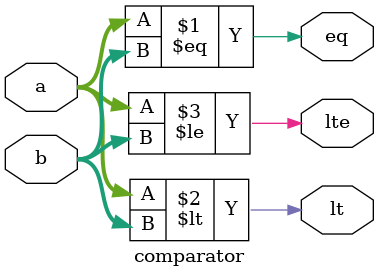
<source format=sv>
module comparator (
	input logic [3:0] a, b,
	output logic eq, lt, lte
);
	
assign eq = (a == b);
assign lt = (a < b);
assign lte = (a <= b);

endmodule

</source>
